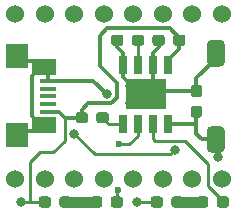
<source format=gbr>
G04 #@! TF.GenerationSoftware,KiCad,Pcbnew,5.1.6-c6e7f7d~87~ubuntu19.10.1*
G04 #@! TF.CreationDate,2020-11-06T01:06:48+01:00*
G04 #@! TF.ProjectId,board_attiny48_88,626f6172-645f-4617-9474-696e7934385f,rev?*
G04 #@! TF.SameCoordinates,Original*
G04 #@! TF.FileFunction,Copper,L2,Bot*
G04 #@! TF.FilePolarity,Positive*
%FSLAX46Y46*%
G04 Gerber Fmt 4.6, Leading zero omitted, Abs format (unit mm)*
G04 Created by KiCad (PCBNEW 5.1.6-c6e7f7d~87~ubuntu19.10.1) date 2020-11-06 01:06:48*
%MOMM*%
%LPD*%
G01*
G04 APERTURE LIST*
G04 #@! TA.AperFunction,SMDPad,CuDef*
%ADD10R,3.502000X2.613000*%
G04 #@! TD*
G04 #@! TA.AperFunction,SMDPad,CuDef*
%ADD11R,0.802000X1.505000*%
G04 #@! TD*
G04 #@! TA.AperFunction,ComponentPad*
%ADD12C,1.524000*%
G04 #@! TD*
G04 #@! TA.AperFunction,SMDPad,CuDef*
%ADD13R,1.900000X2.000000*%
G04 #@! TD*
G04 #@! TA.AperFunction,SMDPad,CuDef*
%ADD14R,2.100000X1.475000*%
G04 #@! TD*
G04 #@! TA.AperFunction,SMDPad,CuDef*
%ADD15R,1.380000X0.450000*%
G04 #@! TD*
G04 #@! TA.AperFunction,ViaPad*
%ADD16C,0.800000*%
G04 #@! TD*
G04 #@! TA.AperFunction,ViaPad*
%ADD17C,0.600000*%
G04 #@! TD*
G04 #@! TA.AperFunction,Conductor*
%ADD18C,0.350000*%
G04 #@! TD*
G04 #@! TA.AperFunction,Conductor*
%ADD19C,0.250000*%
G04 #@! TD*
G04 #@! TA.AperFunction,Conductor*
%ADD20C,0.950000*%
G04 #@! TD*
G04 APERTURE END LIST*
G04 #@! TA.AperFunction,SMDPad,CuDef*
G36*
G01*
X84329600Y-43153400D02*
X84329600Y-41653400D01*
G75*
G02*
X84704600Y-41278400I375000J0D01*
G01*
X85454600Y-41278400D01*
G75*
G02*
X85829600Y-41653400I0J-375000D01*
G01*
X85829600Y-43153400D01*
G75*
G02*
X85454600Y-43528400I-375000J0D01*
G01*
X84704600Y-43528400D01*
G75*
G02*
X84329600Y-43153400I0J375000D01*
G01*
G37*
G04 #@! TD.AperFunction*
G04 #@! TA.AperFunction,SMDPad,CuDef*
G36*
G01*
X84329600Y-50453400D02*
X84329600Y-48953400D01*
G75*
G02*
X84704600Y-48578400I375000J0D01*
G01*
X85454600Y-48578400D01*
G75*
G02*
X85829600Y-48953400I0J-375000D01*
G01*
X85829600Y-50453400D01*
G75*
G02*
X85454600Y-50828400I-375000J0D01*
G01*
X84704600Y-50828400D01*
G75*
G02*
X84329600Y-50453400I0J375000D01*
G01*
G37*
G04 #@! TD.AperFunction*
G04 #@! TA.AperFunction,SMDPad,CuDef*
G36*
G01*
X80754599Y-41065900D02*
X80754599Y-41540900D01*
G75*
G02*
X80517099Y-41778400I-237500J0D01*
G01*
X79942099Y-41778400D01*
G75*
G02*
X79704599Y-41540900I0J237500D01*
G01*
X79704599Y-41065900D01*
G75*
G02*
X79942099Y-40828400I237500J0D01*
G01*
X80517099Y-40828400D01*
G75*
G02*
X80754599Y-41065900I0J-237500D01*
G01*
G37*
G04 #@! TD.AperFunction*
G04 #@! TA.AperFunction,SMDPad,CuDef*
G36*
G01*
X82504599Y-41065900D02*
X82504599Y-41540900D01*
G75*
G02*
X82267099Y-41778400I-237500J0D01*
G01*
X81692099Y-41778400D01*
G75*
G02*
X81454599Y-41540900I0J237500D01*
G01*
X81454599Y-41065900D01*
G75*
G02*
X81692099Y-40828400I237500J0D01*
G01*
X82267099Y-40828400D01*
G75*
G02*
X82504599Y-41065900I0J-237500D01*
G01*
G37*
G04 #@! TD.AperFunction*
D10*
X79129600Y-45872400D03*
D11*
X77224600Y-48369900D03*
X78494600Y-48369900D03*
X79764600Y-48369900D03*
X81034600Y-48369900D03*
X81034600Y-43374900D03*
X79764600Y-43374900D03*
X78494600Y-43374900D03*
X77224600Y-43374900D03*
D12*
X68097700Y-39050200D03*
X70597700Y-39050200D03*
X73097700Y-39050200D03*
X75597700Y-39050200D03*
X78097700Y-39050200D03*
X80597700Y-39050200D03*
X83097700Y-39050200D03*
X85597700Y-39050200D03*
X85597700Y-53050200D03*
X83097700Y-53050200D03*
X80597700Y-53050200D03*
X78097700Y-53050200D03*
X75597700Y-53050200D03*
X73097700Y-53050200D03*
X70597700Y-53050200D03*
X68097700Y-53050200D03*
G04 #@! TA.AperFunction,SMDPad,CuDef*
G36*
G01*
X83667100Y-46128400D02*
X83192100Y-46128400D01*
G75*
G02*
X82954600Y-45890900I0J237500D01*
G01*
X82954600Y-45315900D01*
G75*
G02*
X83192100Y-45078400I237500J0D01*
G01*
X83667100Y-45078400D01*
G75*
G02*
X83904600Y-45315900I0J-237500D01*
G01*
X83904600Y-45890900D01*
G75*
G02*
X83667100Y-46128400I-237500J0D01*
G01*
G37*
G04 #@! TD.AperFunction*
G04 #@! TA.AperFunction,SMDPad,CuDef*
G36*
G01*
X83667100Y-47878400D02*
X83192100Y-47878400D01*
G75*
G02*
X82954600Y-47640900I0J237500D01*
G01*
X82954600Y-47065900D01*
G75*
G02*
X83192100Y-46828400I237500J0D01*
G01*
X83667100Y-46828400D01*
G75*
G02*
X83904600Y-47065900I0J-237500D01*
G01*
X83904600Y-47640900D01*
G75*
G02*
X83667100Y-47878400I-237500J0D01*
G01*
G37*
G04 #@! TD.AperFunction*
G04 #@! TA.AperFunction,SMDPad,CuDef*
G36*
G01*
X82354600Y-54759900D02*
X82354600Y-55234900D01*
G75*
G02*
X82117100Y-55472400I-237500J0D01*
G01*
X81542100Y-55472400D01*
G75*
G02*
X81304600Y-55234900I0J237500D01*
G01*
X81304600Y-54759900D01*
G75*
G02*
X81542100Y-54522400I237500J0D01*
G01*
X82117100Y-54522400D01*
G75*
G02*
X82354600Y-54759900I0J-237500D01*
G01*
G37*
G04 #@! TD.AperFunction*
G04 #@! TA.AperFunction,SMDPad,CuDef*
G36*
G01*
X80604600Y-54759900D02*
X80604600Y-55234900D01*
G75*
G02*
X80367100Y-55472400I-237500J0D01*
G01*
X79792100Y-55472400D01*
G75*
G02*
X79554600Y-55234900I0J237500D01*
G01*
X79554600Y-54759900D01*
G75*
G02*
X79792100Y-54522400I237500J0D01*
G01*
X80367100Y-54522400D01*
G75*
G02*
X80604600Y-54759900I0J-237500D01*
G01*
G37*
G04 #@! TD.AperFunction*
G04 #@! TA.AperFunction,SMDPad,CuDef*
G36*
G01*
X71129600Y-54765900D02*
X71129600Y-55240900D01*
G75*
G02*
X70892100Y-55478400I-237500J0D01*
G01*
X70317100Y-55478400D01*
G75*
G02*
X70079600Y-55240900I0J237500D01*
G01*
X70079600Y-54765900D01*
G75*
G02*
X70317100Y-54528400I237500J0D01*
G01*
X70892100Y-54528400D01*
G75*
G02*
X71129600Y-54765900I0J-237500D01*
G01*
G37*
G04 #@! TD.AperFunction*
G04 #@! TA.AperFunction,SMDPad,CuDef*
G36*
G01*
X72879600Y-54765900D02*
X72879600Y-55240900D01*
G75*
G02*
X72642100Y-55478400I-237500J0D01*
G01*
X72067100Y-55478400D01*
G75*
G02*
X71829600Y-55240900I0J237500D01*
G01*
X71829600Y-54765900D01*
G75*
G02*
X72067100Y-54528400I237500J0D01*
G01*
X72642100Y-54528400D01*
G75*
G02*
X72879600Y-54765900I0J-237500D01*
G01*
G37*
G04 #@! TD.AperFunction*
D13*
X68243600Y-42638400D03*
X68243600Y-49358400D03*
D14*
X70543600Y-43585900D03*
X70543600Y-48510900D03*
D15*
X70903600Y-44748400D03*
X70903600Y-45398400D03*
X70903600Y-46048400D03*
X70903600Y-46698400D03*
X70903600Y-47348400D03*
G04 #@! TA.AperFunction,SMDPad,CuDef*
G36*
G01*
X84454600Y-54759900D02*
X84454600Y-55234900D01*
G75*
G02*
X84217100Y-55472400I-237500J0D01*
G01*
X83642100Y-55472400D01*
G75*
G02*
X83404600Y-55234900I0J237500D01*
G01*
X83404600Y-54759900D01*
G75*
G02*
X83642100Y-54522400I237500J0D01*
G01*
X84217100Y-54522400D01*
G75*
G02*
X84454600Y-54759900I0J-237500D01*
G01*
G37*
G04 #@! TD.AperFunction*
G04 #@! TA.AperFunction,SMDPad,CuDef*
G36*
G01*
X86204600Y-54759900D02*
X86204600Y-55234900D01*
G75*
G02*
X85967100Y-55472400I-237500J0D01*
G01*
X85392100Y-55472400D01*
G75*
G02*
X85154600Y-55234900I0J237500D01*
G01*
X85154600Y-54759900D01*
G75*
G02*
X85392100Y-54522400I237500J0D01*
G01*
X85967100Y-54522400D01*
G75*
G02*
X86204600Y-54759900I0J-237500D01*
G01*
G37*
G04 #@! TD.AperFunction*
G04 #@! TA.AperFunction,SMDPad,CuDef*
G36*
G01*
X77229600Y-54765900D02*
X77229600Y-55240900D01*
G75*
G02*
X76992100Y-55478400I-237500J0D01*
G01*
X76417100Y-55478400D01*
G75*
G02*
X76179600Y-55240900I0J237500D01*
G01*
X76179600Y-54765900D01*
G75*
G02*
X76417100Y-54528400I237500J0D01*
G01*
X76992100Y-54528400D01*
G75*
G02*
X77229600Y-54765900I0J-237500D01*
G01*
G37*
G04 #@! TD.AperFunction*
G04 #@! TA.AperFunction,SMDPad,CuDef*
G36*
G01*
X75479600Y-54765900D02*
X75479600Y-55240900D01*
G75*
G02*
X75242100Y-55478400I-237500J0D01*
G01*
X74667100Y-55478400D01*
G75*
G02*
X74429600Y-55240900I0J237500D01*
G01*
X74429600Y-54765900D01*
G75*
G02*
X74667100Y-54528400I237500J0D01*
G01*
X75242100Y-54528400D01*
G75*
G02*
X75479600Y-54765900I0J-237500D01*
G01*
G37*
G04 #@! TD.AperFunction*
G04 #@! TA.AperFunction,SMDPad,CuDef*
G36*
G01*
X79004599Y-41065900D02*
X79004599Y-41540900D01*
G75*
G02*
X78767099Y-41778400I-237500J0D01*
G01*
X78192099Y-41778400D01*
G75*
G02*
X77954599Y-41540900I0J237500D01*
G01*
X77954599Y-41065900D01*
G75*
G02*
X78192099Y-40828400I237500J0D01*
G01*
X78767099Y-40828400D01*
G75*
G02*
X79004599Y-41065900I0J-237500D01*
G01*
G37*
G04 #@! TD.AperFunction*
G04 #@! TA.AperFunction,SMDPad,CuDef*
G36*
G01*
X77254599Y-41065900D02*
X77254599Y-41540900D01*
G75*
G02*
X77017099Y-41778400I-237500J0D01*
G01*
X76442099Y-41778400D01*
G75*
G02*
X76204599Y-41540900I0J237500D01*
G01*
X76204599Y-41065900D01*
G75*
G02*
X76442099Y-40828400I237500J0D01*
G01*
X77017099Y-40828400D01*
G75*
G02*
X77254599Y-41065900I0J-237500D01*
G01*
G37*
G04 #@! TD.AperFunction*
G04 #@! TA.AperFunction,SMDPad,CuDef*
G36*
G01*
X74254600Y-47615900D02*
X74254600Y-48090900D01*
G75*
G02*
X74017100Y-48328400I-237500J0D01*
G01*
X73442100Y-48328400D01*
G75*
G02*
X73204600Y-48090900I0J237500D01*
G01*
X73204600Y-47615900D01*
G75*
G02*
X73442100Y-47378400I237500J0D01*
G01*
X74017100Y-47378400D01*
G75*
G02*
X74254600Y-47615900I0J-237500D01*
G01*
G37*
G04 #@! TD.AperFunction*
G04 #@! TA.AperFunction,SMDPad,CuDef*
G36*
G01*
X76004600Y-47615900D02*
X76004600Y-48090900D01*
G75*
G02*
X75767100Y-48328400I-237500J0D01*
G01*
X75192100Y-48328400D01*
G75*
G02*
X74954600Y-48090900I0J237500D01*
G01*
X74954600Y-47615900D01*
G75*
G02*
X75192100Y-47378400I237500J0D01*
G01*
X75767100Y-47378400D01*
G75*
G02*
X76004600Y-47615900I0J-237500D01*
G01*
G37*
G04 #@! TD.AperFunction*
D16*
X75828094Y-45878400D03*
X77779600Y-45203400D03*
X77779600Y-46653400D03*
X68579600Y-55003400D03*
X78429600Y-55003400D03*
X85279600Y-51153400D03*
D17*
X76779600Y-53953400D03*
X76879582Y-50103400D03*
D16*
X81629600Y-50553400D03*
X73079604Y-49203400D03*
D18*
X70903600Y-43945900D02*
X70543600Y-43585900D01*
X70903600Y-44748400D02*
X70903600Y-43945900D01*
X79764600Y-45237400D02*
X79129600Y-45872400D01*
X79764600Y-43374900D02*
X79764600Y-45237400D01*
X78698600Y-45872400D02*
X79129600Y-45872400D01*
X77224600Y-44398400D02*
X78698600Y-45872400D01*
X77224600Y-43374900D02*
X77224600Y-44398400D01*
X77224600Y-44398400D02*
X77229600Y-44403400D01*
X69986099Y-43028399D02*
X68243600Y-43028399D01*
X70543600Y-43585900D02*
X69986099Y-43028399D01*
X70096100Y-48958400D02*
X70543600Y-48510900D01*
X68243600Y-48958400D02*
X70096100Y-48958400D01*
X70187100Y-48510900D02*
X70543600Y-48510900D01*
X81106100Y-43303400D02*
X81034600Y-43374900D01*
X85079600Y-42403400D02*
X85079600Y-42853400D01*
X83429600Y-44503400D02*
X83429600Y-45603400D01*
X85079600Y-42853400D02*
X83429600Y-44503400D01*
X79398600Y-45603400D02*
X79129600Y-45872400D01*
X83429600Y-45603400D02*
X79398600Y-45603400D01*
X78410600Y-45153400D02*
X79129600Y-45872400D01*
X76729600Y-41303399D02*
X76729599Y-41303400D01*
X76729600Y-41853400D02*
X76729600Y-41303399D01*
X77224600Y-42348400D02*
X76729600Y-41853400D01*
X77224600Y-43374900D02*
X77224600Y-42348400D01*
X79764600Y-43374900D02*
X79764600Y-42368400D01*
X80229599Y-41903401D02*
X80229599Y-41303400D01*
X79764600Y-42368400D02*
X80229599Y-41903401D01*
X74698094Y-44748400D02*
X75828094Y-45878400D01*
X70903600Y-44748400D02*
X74698094Y-44748400D01*
X70279600Y-48503400D02*
X70579600Y-48503400D01*
X69479600Y-47703400D02*
X70279600Y-48503400D01*
X69479600Y-44303400D02*
X69479600Y-47703400D01*
X70197100Y-43585900D02*
X69479600Y-44303400D01*
X70543600Y-43585900D02*
X70197100Y-43585900D01*
D19*
X70604600Y-55003400D02*
X68579600Y-55003400D01*
D18*
X81034600Y-43374900D02*
X81034600Y-42948400D01*
X81979599Y-42003401D02*
X81979599Y-41303400D01*
X81034600Y-42948400D02*
X81979599Y-42003401D01*
X72279600Y-47853400D02*
X73729600Y-47853400D01*
X71774600Y-47348400D02*
X72279600Y-47853400D01*
X70903600Y-47348400D02*
X71774600Y-47348400D01*
D19*
X72279600Y-49853400D02*
X72279600Y-47853400D01*
X71329600Y-50803400D02*
X72279600Y-49853400D01*
X70179600Y-50803400D02*
X71329600Y-50803400D01*
X69379600Y-51603400D02*
X70179600Y-50803400D01*
X69379600Y-54953400D02*
X69379600Y-51603400D01*
D18*
X81179600Y-40303400D02*
X81979599Y-41103399D01*
X75829600Y-40303400D02*
X81179600Y-40303400D01*
X75229600Y-40903400D02*
X75829600Y-40303400D01*
X76679600Y-44903400D02*
X75229600Y-43453400D01*
X75229600Y-43453400D02*
X75229600Y-40903400D01*
X76679600Y-46153400D02*
X76679600Y-44903400D01*
X81979599Y-41103399D02*
X81979599Y-41303400D01*
X76179600Y-46653400D02*
X76679600Y-46153400D01*
X74279600Y-46653400D02*
X76179600Y-46653400D01*
X73729600Y-47203400D02*
X74279600Y-46653400D01*
X73729600Y-47853400D02*
X73729600Y-47203400D01*
D19*
X80079600Y-54997400D02*
X78435600Y-54997400D01*
X78435600Y-54997400D02*
X78429600Y-55003400D01*
D18*
X83429600Y-47353400D02*
X83429600Y-49253400D01*
X83429600Y-49253400D02*
X83879600Y-49703400D01*
X83879600Y-49703400D02*
X85079600Y-49703400D01*
X83429600Y-48369900D02*
X83429600Y-47353400D01*
X82263100Y-48369900D02*
X83429600Y-48369900D01*
X81034600Y-48369900D02*
X82263100Y-48369900D01*
D19*
X85279600Y-49903400D02*
X85079600Y-49703400D01*
X85279600Y-51153400D02*
X85279600Y-49903400D01*
X79764600Y-49638400D02*
X79764600Y-48369900D01*
X82429600Y-49803400D02*
X79929600Y-49803400D01*
X84379600Y-51753400D02*
X82429600Y-49803400D01*
X84379600Y-53653400D02*
X84379600Y-51753400D01*
X85679600Y-54953400D02*
X84379600Y-53653400D01*
X79929600Y-49803400D02*
X79764600Y-49638400D01*
X85679600Y-54997400D02*
X85679600Y-54953400D01*
X76879600Y-54828400D02*
X76704600Y-55003400D01*
X76704600Y-54028400D02*
X76779600Y-53953400D01*
X76704600Y-55003400D02*
X76704600Y-54028400D01*
X78494600Y-49372400D02*
X77763600Y-50103400D01*
X78494600Y-48369900D02*
X78494600Y-49372400D01*
X77763600Y-50103400D02*
X76879582Y-50103400D01*
X78494600Y-41318401D02*
X78479599Y-41303400D01*
X78494600Y-43374900D02*
X78494600Y-41318401D01*
X74829603Y-50953399D02*
X73079604Y-49203400D01*
X81229601Y-50953399D02*
X74829603Y-50953399D01*
X81629600Y-50553400D02*
X81229601Y-50953399D01*
D20*
X81829600Y-54997400D02*
X83929600Y-54997400D01*
X72354600Y-55003400D02*
X74954600Y-55003400D01*
D19*
X75996100Y-48369900D02*
X75479600Y-47853400D01*
X77224600Y-48369900D02*
X75996100Y-48369900D01*
M02*

</source>
